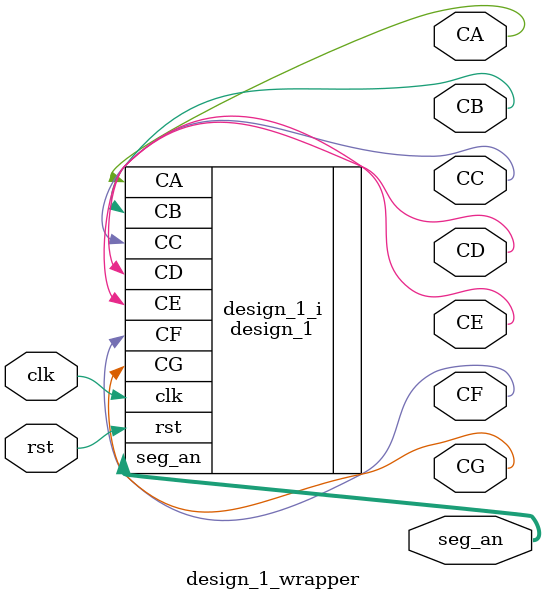
<source format=v>
`timescale 1 ps / 1 ps

module design_1_wrapper
   (CA,
    CB,
    CC,
    CD,
    CE,
    CF,
    CG,
    clk,
    rst,
    seg_an);
  output CA;
  output CB;
  output CC;
  output CD;
  output CE;
  output CF;
  output CG;
  input clk;
  input rst;
  output [3:0]seg_an;

  wire CA;
  wire CB;
  wire CC;
  wire CD;
  wire CE;
  wire CF;
  wire CG;
  wire clk;
  wire rst;
  wire [3:0]seg_an;

  design_1 design_1_i
       (.CA(CA),
        .CB(CB),
        .CC(CC),
        .CD(CD),
        .CE(CE),
        .CF(CF),
        .CG(CG),
        .clk(clk),
        .rst(rst),
        .seg_an(seg_an));
endmodule

</source>
